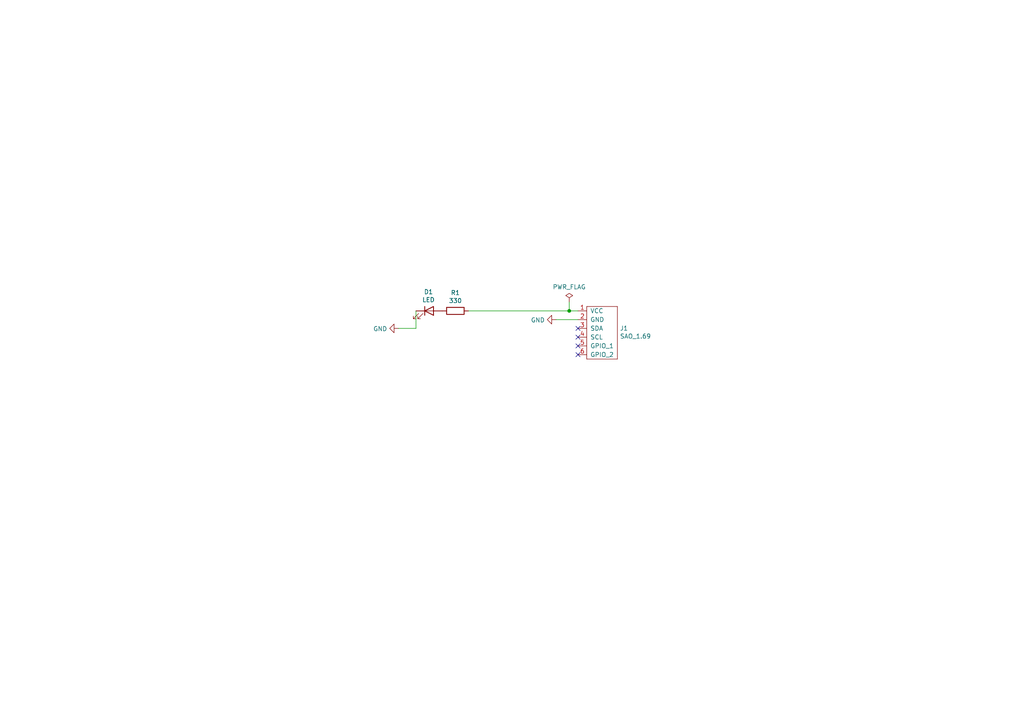
<source format=kicad_sch>
(kicad_sch (version 20211123) (generator eeschema)
  (paper "A4")
  (lib_symbols
    (symbol "Device:LED" (pin_numbers hide) (pin_names (offset 1.016) hide)
      (property "Reference" "D" (at 0 2.54 0))
      (property "Value" "LED" (at 0 -2.54 0))
      (symbol "LED_0_1"
        (polyline (pts (xy -1.27 -1.27) (xy -1.27 1.27)) (stroke (width 0.254)))
        (polyline (pts (xy -1.27 0) (xy 1.27 0)))
        (polyline (pts (xy 1.27 -1.27) (xy 1.27 1.27) (xy -1.27 0) (xy 1.27 -1.27)) (stroke (width 0.254)))
        (polyline (pts (xy -3.048 -0.762) (xy -4.572 -2.286) (xy -3.81 -2.286) (xy -4.572 -2.286) (xy -4.572 -1.524)))
        (polyline (pts (xy -1.778 -0.762) (xy -3.302 -2.286) (xy -2.54 -2.286) (xy -3.302 -2.286) (xy -3.302 -1.524)))
      )
      (symbol "LED_1_1"
        (pin passive line (at -3.81 0 0) (length 2.54) (name "K") (number "1"))
        (pin passive line (at 3.81 0 180) (length 2.54) (name "A") (number "2"))
      )
    )
    (symbol "Device:R" (pin_numbers hide) (pin_names (offset 0))
      (property "Reference" "R" (at 2.032 0 90))
      (property "Value" "R" (at 0 0 90))
      (symbol "R_0_1"
        (rectangle (start -1.016 -2.54) (end 1.016 2.54) (stroke (width 0.254)))
      )
      (symbol "R_1_1"
        (pin passive line (at 0 3.81 270) (length 1.27) (name "~") (number "1"))
        (pin passive line (at 0 -3.81 90) (length 1.27) (name "~") (number "2"))
      )
    )
    (symbol "power:GND" (power) (pin_names (offset 0))
      (property "Value" "GND" (at 0 -3.81 0))
      (symbol "GND_0_1"
        (polyline (pts (xy 0 0) (xy 0 -1.27) (xy 1.27 -1.27) (xy 0 -2.54) (xy -1.27 -1.27) (xy 0 -1.27)))
      )
      (symbol "GND_1_1"
        (pin power_in line (at 0 0 270) (length 0) hide (name "GND") (number "1"))
      )
    )
    (symbol "power:PWR_FLAG" (power) (pin_numbers hide) (pin_names (offset 0) hide)
      (property "Value" "PWR_FLAG" (at 0 3.81 0))
      (symbol "PWR_FLAG_0_0"
        (pin power_out line (at 0 0 90) (length 0) (name "pwr") (number "1"))
      )
      (symbol "PWR_FLAG_0_1"
        (polyline (pts (xy 0 0) (xy 0 1.27) (xy -1.016 1.905) (xy 0 2.54) (xy 1.016 1.905) (xy 0 1.27)))
      )
    )
    (symbol "sao1_69:SAO_1.69" (pin_names (offset 1.016))
      (property "Reference" "J" (at -1.27 -13.97 0))
      (property "Value" "SAO_1.69" (at 0 7.62 0))
      (symbol "SAO_1.69_0_1"
        (rectangle (start 0 3.81) (end 0 -11.43))
        (rectangle (start 0 3.81) (end 8.89 3.81))
        (rectangle (start 8.89 -11.43) (end 0 -11.43))
        (rectangle (start 8.89 3.81) (end 8.89 -11.43))
      )
      (symbol "SAO_1.69_1_1"
        (pin passive line (at -2.54 2.54 0) (length 2.54) (name "VCC") (number "1"))
        (pin passive line (at -2.54 0 0) (length 2.54) (name "GND") (number "2"))
        (pin passive line (at -2.54 -2.54 0) (length 2.54) (name "SDA") (number "3"))
        (pin passive line (at -2.54 -5.08 0) (length 2.54) (name "SCL") (number "4"))
        (pin passive line (at -2.54 -7.62 0) (length 2.54) (name "GPIO_1") (number "5"))
        (pin passive line (at -2.54 -10.16 0) (length 2.54) (name "GPIO_2") (number "6"))
      )
    )
  )
  (junction (at 165.1 90.17))
  (no_connect (at 167.64 97.79))
  (no_connect (at 167.64 95.25))
  (no_connect (at 167.64 100.33))
  (no_connect (at 167.64 102.87))
  (wire (pts (xy 120.65 95.25) (xy 115.57 95.25)))
  (wire (pts (xy 120.65 90.17) (xy 120.65 95.25)))
  (wire (pts (xy 165.1 87.63) (xy 165.1 90.17)))
  (wire (pts (xy 135.89 90.17) (xy 165.1 90.17)))
  (wire (pts (xy 167.64 90.17) (xy 165.1 90.17)))
  (wire (pts (xy 161.29 92.71) (xy 167.64 92.71)))
  (symbol (lib_id "sao1_69:SAO_1.69") (at 170.18 92.71 0) (unit 1)
    (property "Reference" "J1" (at 179.7812 95.2246 0) (effects (justify left)))
    (property "Value" "SAO_1.69" (at 179.7812 97.536 0) (effects (justify left)))
    (property "Footprint" "space_shuttle_SAO:sao_1.69" (effects hide))
  )
  (symbol (lib_id "power:PWR_FLAG") (at 165.1 87.63 0) (unit 1)
    (property "Reference" "#FLG0101" (effects hide))
    (property "Value" "PWR_FLAG" (at 165.1 83.2358 0))
  )
  (symbol (lib_id "power:GND") (at 161.29 92.71 270) (unit 1)
    (property "Reference" "#PWR0101" (effects hide))
    (property "Value" "GND" (at 158.0388 92.837 90) (effects (justify right)))
  )
  (symbol (lib_id "Device:R") (at 132.08 90.17 270) (unit 1)
    (property "Reference" "R1" (at 132.08 84.9122 90))
    (property "Value" "330" (at 132.08 87.2236 90))
    (property "Footprint" "Resistors_SMD:R_1206_3216Metric" (effects hide))
  )
  (symbol (lib_id "Device:LED") (at 124.46 90.17 0) (unit 1)
    (property "Reference" "D1" (at 124.2822 84.6582 0))
    (property "Value" "LED" (at 124.2822 86.9696 0))
    (property "Footprint" "sunled:XZMYK45WT-9" (effects hide))
  )
  (symbol (lib_id "power:GND") (at 115.57 95.25 270) (unit 1)
    (property "Reference" "#PWR0102" (effects hide))
    (property "Value" "GND" (at 112.3188 95.377 90) (effects (justify right)))
  )
)
</source>
